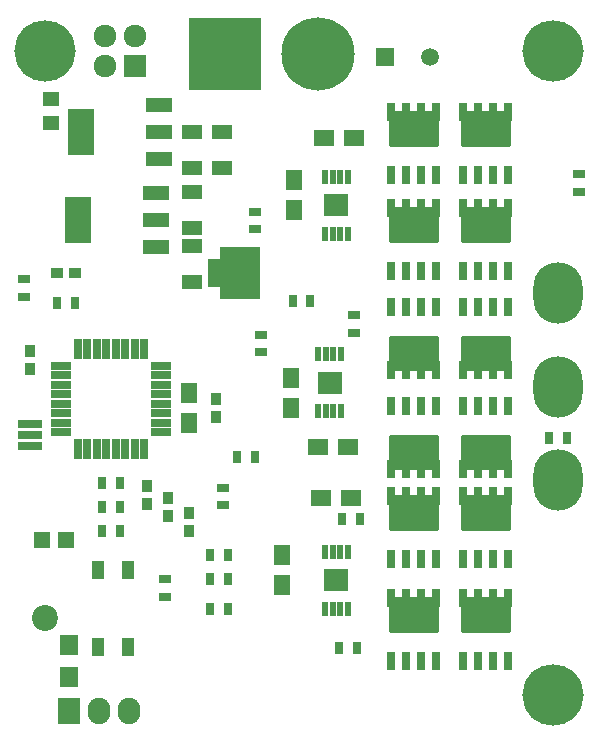
<source format=gts>
G04 #@! TF.FileFunction,Soldermask,Top*
%FSLAX46Y46*%
G04 Gerber Fmt 4.6, Leading zero omitted, Abs format (unit mm)*
G04 Created by KiCad (PCBNEW 0.201511171411+6319~30~ubuntu15.10.1-product) date Fr 04 Dez 2015 11:44:42 CET*
%MOMM*%
G01*
G04 APERTURE LIST*
%ADD10C,0.100000*%
%ADD11O,4.200000X5.200000*%
%ADD12R,6.200000X6.200000*%
%ADD13C,6.200000*%
%ADD14R,1.500000X1.500000*%
%ADD15C,1.500000*%
%ADD16R,1.398880X1.398880*%
%ADD17R,1.400000X1.400000*%
%ADD18C,5.200000*%
%ADD19C,2.200000*%
%ADD20R,2.232000X3.857600*%
%ADD21R,2.232000X1.216000*%
%ADD22R,0.606400X1.216000*%
%ADD23R,2.050000X1.930000*%
%ADD24R,1.450000X1.700000*%
%ADD25R,1.700000X1.450000*%
%ADD26R,1.800000X1.200000*%
%ADD27R,1.800000X0.750000*%
%ADD28R,0.750000X1.800000*%
%ADD29R,1.927200X2.232000*%
%ADD30O,1.927200X2.232000*%
%ADD31R,1.500000X1.700000*%
%ADD32R,2.000000X0.800000*%
%ADD33R,1.927200X1.927200*%
%ADD34O,1.927200X1.927200*%
%ADD35R,1.000000X0.950000*%
%ADD36R,0.950000X1.000000*%
%ADD37R,1.450000X1.200000*%
%ADD38R,1.000100X1.500480*%
%ADD39R,0.799440X1.599540*%
%ADD40R,4.200500X2.999080*%
%ADD41R,1.000000X1.200000*%
%ADD42R,1.100000X0.700000*%
%ADD43R,0.700000X1.100000*%
G04 APERTURE END LIST*
D10*
D11*
X232664000Y-89408000D03*
X232664000Y-81508000D03*
X232664000Y-73608000D03*
D12*
X204470000Y-53340000D03*
D13*
X212370000Y-53340000D03*
D14*
X218059000Y-53594000D03*
D15*
X221859000Y-53594000D03*
D16*
X191041020Y-94488000D03*
X188942980Y-94488000D03*
D17*
X204724000Y-73406000D03*
X205724000Y-73406000D03*
X206724000Y-73406000D03*
X206724000Y-72406000D03*
X205724000Y-72406000D03*
X203724000Y-71406000D03*
X203724000Y-72406000D03*
X204724000Y-72406000D03*
X204724000Y-71406000D03*
X206724000Y-71406000D03*
X205724000Y-71406000D03*
X206724000Y-70406000D03*
X205724000Y-70406000D03*
X204724000Y-70406000D03*
D18*
X189230000Y-53086000D03*
X232230000Y-53086000D03*
D19*
X189230000Y-101086000D03*
D18*
X232230000Y-107586000D03*
D20*
X192278000Y-59944000D03*
D21*
X198882000Y-59944000D03*
X198882000Y-57658000D03*
X198882000Y-62230000D03*
D22*
X214884000Y-68554600D03*
X214233760Y-68554600D03*
X213583520Y-68554600D03*
X212933280Y-68554600D03*
X214884000Y-63754000D03*
X214233760Y-63754000D03*
X213583520Y-63754000D03*
X212933280Y-63754000D03*
D23*
X213909000Y-66154000D03*
D22*
X212344000Y-78765400D03*
X212994240Y-78765400D03*
X213644480Y-78765400D03*
X214294720Y-78765400D03*
X212344000Y-83566000D03*
X212994240Y-83566000D03*
X213644480Y-83566000D03*
X214294720Y-83566000D03*
D23*
X213319000Y-81166000D03*
D22*
X214884000Y-100304600D03*
X214233760Y-100304600D03*
X213583520Y-100304600D03*
X212933280Y-100304600D03*
X214884000Y-95504000D03*
X214233760Y-95504000D03*
X213583520Y-95504000D03*
X212933280Y-95504000D03*
D23*
X213909000Y-97904000D03*
D24*
X209296000Y-95778000D03*
X209296000Y-98278000D03*
D25*
X215118000Y-90932000D03*
X212618000Y-90932000D03*
D24*
X210312000Y-64028000D03*
X210312000Y-66528000D03*
D25*
X212364000Y-86614000D03*
X214864000Y-86614000D03*
D24*
X210058000Y-83292000D03*
X210058000Y-80792000D03*
D25*
X215372000Y-60452000D03*
X212872000Y-60452000D03*
D24*
X201422000Y-82062000D03*
X201422000Y-84562000D03*
D26*
X201676000Y-62968000D03*
X201676000Y-59968000D03*
D27*
X190568000Y-79750000D03*
X190568000Y-80550000D03*
X190568000Y-81350000D03*
X190568000Y-82150000D03*
X190568000Y-82950000D03*
X190568000Y-83750000D03*
X190568000Y-84550000D03*
X190568000Y-85350000D03*
D28*
X192018000Y-86800000D03*
X192818000Y-86800000D03*
X193618000Y-86800000D03*
X194418000Y-86800000D03*
X195218000Y-86800000D03*
X196018000Y-86800000D03*
X196818000Y-86800000D03*
X197618000Y-86800000D03*
D27*
X199068000Y-85350000D03*
X199068000Y-84550000D03*
X199068000Y-83750000D03*
X199068000Y-82950000D03*
X199068000Y-82150000D03*
X199068000Y-81350000D03*
X199068000Y-80550000D03*
X199068000Y-79750000D03*
D28*
X197618000Y-78300000D03*
X196818000Y-78300000D03*
X196018000Y-78300000D03*
X195218000Y-78300000D03*
X194418000Y-78300000D03*
X193618000Y-78300000D03*
X192818000Y-78300000D03*
X192018000Y-78300000D03*
D29*
X191262000Y-108966000D03*
D30*
X193802000Y-108966000D03*
X196342000Y-108966000D03*
D31*
X191262000Y-103361500D03*
X191262000Y-106061500D03*
D32*
X187960000Y-84648000D03*
X187960000Y-85598000D03*
X187960000Y-86548000D03*
D33*
X196850000Y-54356000D03*
D34*
X196850000Y-51816000D03*
X194310000Y-54356000D03*
X194310000Y-51816000D03*
D26*
X201676000Y-65048000D03*
X201676000Y-68048000D03*
X201676000Y-72620000D03*
X201676000Y-69620000D03*
X204216000Y-62968000D03*
X204216000Y-59968000D03*
D35*
X190258000Y-71882000D03*
X191758000Y-71882000D03*
D36*
X187960000Y-79998000D03*
X187960000Y-78498000D03*
X203708000Y-84062000D03*
X203708000Y-82562000D03*
X201422000Y-93714000D03*
X201422000Y-92214000D03*
X199644000Y-90944000D03*
X199644000Y-92444000D03*
X197866000Y-89928000D03*
X197866000Y-91428000D03*
D37*
X189738000Y-57166000D03*
X189738000Y-59166000D03*
D38*
X196278500Y-103581200D03*
X193738500Y-103581200D03*
X193738500Y-97078800D03*
X196278500Y-97078800D03*
D39*
X218567000Y-90805000D03*
X218567000Y-96139000D03*
X219837000Y-90805000D03*
X221107000Y-90805000D03*
X222377000Y-90805000D03*
X219837000Y-96139000D03*
X221107000Y-96139000D03*
X222377000Y-96139000D03*
D40*
X220472000Y-92202000D03*
D41*
X218948000Y-91313000D03*
X219710000Y-91313000D03*
X220472000Y-91313000D03*
X221234000Y-91313000D03*
X221996000Y-91313000D03*
X218948000Y-92329000D03*
X219710000Y-92329000D03*
X220472000Y-92329000D03*
X221234000Y-92329000D03*
X221996000Y-92329000D03*
X218948000Y-93154500D03*
X219710000Y-93154500D03*
X220472000Y-93154500D03*
X221234000Y-93154500D03*
X221996000Y-93154500D03*
D39*
X224663000Y-90805000D03*
X224663000Y-96139000D03*
X225933000Y-90805000D03*
X227203000Y-90805000D03*
X228473000Y-90805000D03*
X225933000Y-96139000D03*
X227203000Y-96139000D03*
X228473000Y-96139000D03*
D40*
X226568000Y-92202000D03*
D41*
X225044000Y-91313000D03*
X225806000Y-91313000D03*
X226568000Y-91313000D03*
X227330000Y-91313000D03*
X228092000Y-91313000D03*
X225044000Y-92329000D03*
X225806000Y-92329000D03*
X226568000Y-92329000D03*
X227330000Y-92329000D03*
X228092000Y-92329000D03*
X225044000Y-93154500D03*
X225806000Y-93154500D03*
X226568000Y-93154500D03*
X227330000Y-93154500D03*
X228092000Y-93154500D03*
D39*
X218567000Y-99441000D03*
X218567000Y-104775000D03*
X219837000Y-99441000D03*
X221107000Y-99441000D03*
X222377000Y-99441000D03*
X219837000Y-104775000D03*
X221107000Y-104775000D03*
X222377000Y-104775000D03*
D40*
X220472000Y-100838000D03*
D41*
X218948000Y-99949000D03*
X219710000Y-99949000D03*
X220472000Y-99949000D03*
X221234000Y-99949000D03*
X221996000Y-99949000D03*
X218948000Y-100965000D03*
X219710000Y-100965000D03*
X220472000Y-100965000D03*
X221234000Y-100965000D03*
X221996000Y-100965000D03*
X218948000Y-101790500D03*
X219710000Y-101790500D03*
X220472000Y-101790500D03*
X221234000Y-101790500D03*
X221996000Y-101790500D03*
D39*
X224663000Y-99441000D03*
X224663000Y-104775000D03*
X225933000Y-99441000D03*
X227203000Y-99441000D03*
X228473000Y-99441000D03*
X225933000Y-104775000D03*
X227203000Y-104775000D03*
X228473000Y-104775000D03*
D40*
X226568000Y-100838000D03*
D41*
X225044000Y-99949000D03*
X225806000Y-99949000D03*
X226568000Y-99949000D03*
X227330000Y-99949000D03*
X228092000Y-99949000D03*
X225044000Y-100965000D03*
X225806000Y-100965000D03*
X226568000Y-100965000D03*
X227330000Y-100965000D03*
X228092000Y-100965000D03*
X225044000Y-101790500D03*
X225806000Y-101790500D03*
X226568000Y-101790500D03*
X227330000Y-101790500D03*
X228092000Y-101790500D03*
D39*
X228473000Y-88519000D03*
X228473000Y-83185000D03*
X227203000Y-88519000D03*
X225933000Y-88519000D03*
X224663000Y-88519000D03*
X227203000Y-83185000D03*
X225933000Y-83185000D03*
X224663000Y-83185000D03*
D40*
X226568000Y-87122000D03*
D41*
X228092000Y-88011000D03*
X227330000Y-88011000D03*
X226568000Y-88011000D03*
X225806000Y-88011000D03*
X225044000Y-88011000D03*
X228092000Y-86995000D03*
X227330000Y-86995000D03*
X226568000Y-86995000D03*
X225806000Y-86995000D03*
X225044000Y-86995000D03*
X228092000Y-86169500D03*
X227330000Y-86169500D03*
X226568000Y-86169500D03*
X225806000Y-86169500D03*
X225044000Y-86169500D03*
D39*
X222377000Y-88519000D03*
X222377000Y-83185000D03*
X221107000Y-88519000D03*
X219837000Y-88519000D03*
X218567000Y-88519000D03*
X221107000Y-83185000D03*
X219837000Y-83185000D03*
X218567000Y-83185000D03*
D40*
X220472000Y-87122000D03*
D41*
X221996000Y-88011000D03*
X221234000Y-88011000D03*
X220472000Y-88011000D03*
X219710000Y-88011000D03*
X218948000Y-88011000D03*
X221996000Y-86995000D03*
X221234000Y-86995000D03*
X220472000Y-86995000D03*
X219710000Y-86995000D03*
X218948000Y-86995000D03*
X221996000Y-86169500D03*
X221234000Y-86169500D03*
X220472000Y-86169500D03*
X219710000Y-86169500D03*
X218948000Y-86169500D03*
D39*
X222377000Y-80137000D03*
X222377000Y-74803000D03*
X221107000Y-80137000D03*
X219837000Y-80137000D03*
X218567000Y-80137000D03*
X221107000Y-74803000D03*
X219837000Y-74803000D03*
X218567000Y-74803000D03*
D40*
X220472000Y-78740000D03*
D41*
X221996000Y-79629000D03*
X221234000Y-79629000D03*
X220472000Y-79629000D03*
X219710000Y-79629000D03*
X218948000Y-79629000D03*
X221996000Y-78613000D03*
X221234000Y-78613000D03*
X220472000Y-78613000D03*
X219710000Y-78613000D03*
X218948000Y-78613000D03*
X221996000Y-77787500D03*
X221234000Y-77787500D03*
X220472000Y-77787500D03*
X219710000Y-77787500D03*
X218948000Y-77787500D03*
D39*
X228473000Y-80137000D03*
X228473000Y-74803000D03*
X227203000Y-80137000D03*
X225933000Y-80137000D03*
X224663000Y-80137000D03*
X227203000Y-74803000D03*
X225933000Y-74803000D03*
X224663000Y-74803000D03*
D40*
X226568000Y-78740000D03*
D41*
X228092000Y-79629000D03*
X227330000Y-79629000D03*
X226568000Y-79629000D03*
X225806000Y-79629000D03*
X225044000Y-79629000D03*
X228092000Y-78613000D03*
X227330000Y-78613000D03*
X226568000Y-78613000D03*
X225806000Y-78613000D03*
X225044000Y-78613000D03*
X228092000Y-77787500D03*
X227330000Y-77787500D03*
X226568000Y-77787500D03*
X225806000Y-77787500D03*
X225044000Y-77787500D03*
D39*
X224663000Y-58293000D03*
X224663000Y-63627000D03*
X225933000Y-58293000D03*
X227203000Y-58293000D03*
X228473000Y-58293000D03*
X225933000Y-63627000D03*
X227203000Y-63627000D03*
X228473000Y-63627000D03*
D40*
X226568000Y-59690000D03*
D41*
X225044000Y-58801000D03*
X225806000Y-58801000D03*
X226568000Y-58801000D03*
X227330000Y-58801000D03*
X228092000Y-58801000D03*
X225044000Y-59817000D03*
X225806000Y-59817000D03*
X226568000Y-59817000D03*
X227330000Y-59817000D03*
X228092000Y-59817000D03*
X225044000Y-60642500D03*
X225806000Y-60642500D03*
X226568000Y-60642500D03*
X227330000Y-60642500D03*
X228092000Y-60642500D03*
D39*
X218567000Y-58293000D03*
X218567000Y-63627000D03*
X219837000Y-58293000D03*
X221107000Y-58293000D03*
X222377000Y-58293000D03*
X219837000Y-63627000D03*
X221107000Y-63627000D03*
X222377000Y-63627000D03*
D40*
X220472000Y-59690000D03*
D41*
X218948000Y-58801000D03*
X219710000Y-58801000D03*
X220472000Y-58801000D03*
X221234000Y-58801000D03*
X221996000Y-58801000D03*
X218948000Y-59817000D03*
X219710000Y-59817000D03*
X220472000Y-59817000D03*
X221234000Y-59817000D03*
X221996000Y-59817000D03*
X218948000Y-60642500D03*
X219710000Y-60642500D03*
X220472000Y-60642500D03*
X221234000Y-60642500D03*
X221996000Y-60642500D03*
D39*
X218567000Y-66421000D03*
X218567000Y-71755000D03*
X219837000Y-66421000D03*
X221107000Y-66421000D03*
X222377000Y-66421000D03*
X219837000Y-71755000D03*
X221107000Y-71755000D03*
X222377000Y-71755000D03*
D40*
X220472000Y-67818000D03*
D41*
X218948000Y-66929000D03*
X219710000Y-66929000D03*
X220472000Y-66929000D03*
X221234000Y-66929000D03*
X221996000Y-66929000D03*
X218948000Y-67945000D03*
X219710000Y-67945000D03*
X220472000Y-67945000D03*
X221234000Y-67945000D03*
X221996000Y-67945000D03*
X218948000Y-68770500D03*
X219710000Y-68770500D03*
X220472000Y-68770500D03*
X221234000Y-68770500D03*
X221996000Y-68770500D03*
D39*
X224663000Y-66421000D03*
X224663000Y-71755000D03*
X225933000Y-66421000D03*
X227203000Y-66421000D03*
X228473000Y-66421000D03*
X225933000Y-71755000D03*
X227203000Y-71755000D03*
X228473000Y-71755000D03*
D40*
X226568000Y-67818000D03*
D41*
X225044000Y-66929000D03*
X225806000Y-66929000D03*
X226568000Y-66929000D03*
X227330000Y-66929000D03*
X228092000Y-66929000D03*
X225044000Y-67945000D03*
X225806000Y-67945000D03*
X226568000Y-67945000D03*
X227330000Y-67945000D03*
X228092000Y-67945000D03*
X225044000Y-68770500D03*
X225806000Y-68770500D03*
X226568000Y-68770500D03*
X227330000Y-68770500D03*
X228092000Y-68770500D03*
D42*
X199390000Y-99302000D03*
X199390000Y-97802000D03*
D43*
X195568000Y-89662000D03*
X194068000Y-89662000D03*
X215634000Y-103632000D03*
X214134000Y-103632000D03*
X203212000Y-95758000D03*
X204712000Y-95758000D03*
D42*
X187452000Y-72402000D03*
X187452000Y-73902000D03*
D43*
X195568000Y-91694000D03*
X194068000Y-91694000D03*
X231914000Y-85852000D03*
X233414000Y-85852000D03*
X215888000Y-92710000D03*
X214388000Y-92710000D03*
X203212000Y-97790000D03*
X204712000Y-97790000D03*
X195568000Y-93726000D03*
X194068000Y-93726000D03*
D42*
X234442000Y-63512000D03*
X234442000Y-65012000D03*
D43*
X203212000Y-100330000D03*
X204712000Y-100330000D03*
X191758000Y-74422000D03*
X190258000Y-74422000D03*
X206998000Y-87503000D03*
X205498000Y-87503000D03*
D42*
X204343000Y-91555000D03*
X204343000Y-90055000D03*
X215392000Y-75450000D03*
X215392000Y-76950000D03*
X207518000Y-78601000D03*
X207518000Y-77101000D03*
X207010000Y-66687000D03*
X207010000Y-68187000D03*
D43*
X211697000Y-74295000D03*
X210197000Y-74295000D03*
D20*
X192024000Y-67437000D03*
D21*
X198628000Y-67437000D03*
X198628000Y-65151000D03*
X198628000Y-69723000D03*
M02*

</source>
